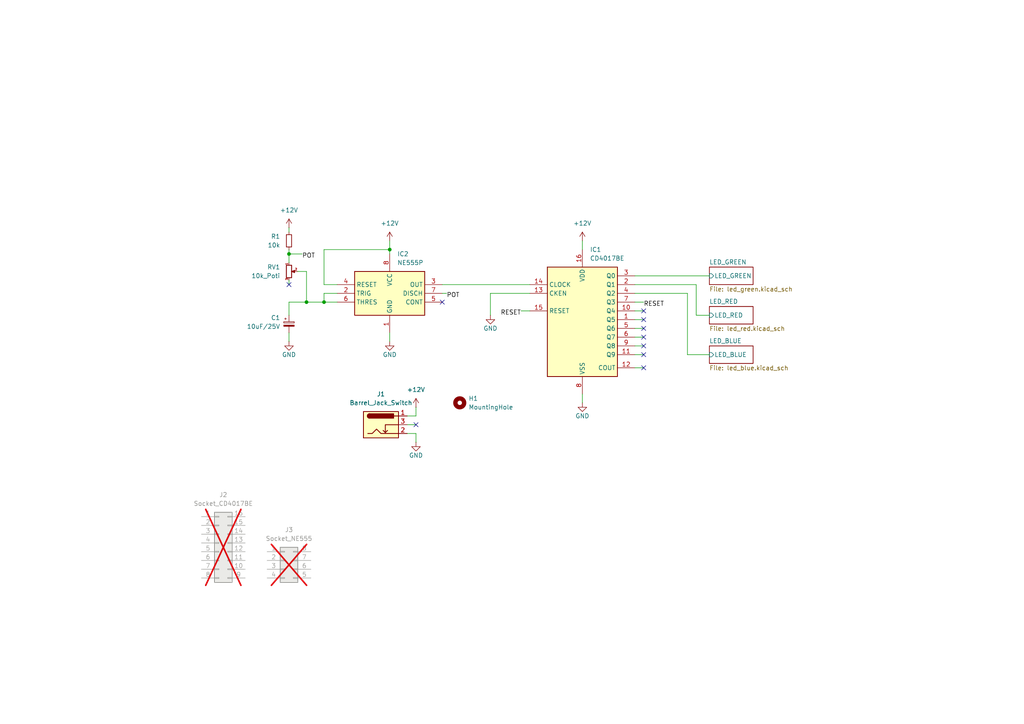
<source format=kicad_sch>
(kicad_sch (version 20231120) (generator "eeschema") (generator_version "8.0")
  (paper "A4")
  (lib_symbols
    (symbol "Connector:Barrel_Jack_Switch" (pin_names hide)
      (property "Reference" "J" (at 0 5.334 0))
      (property "Value" "Barrel_Jack_Switch" (at 0 -5.08 0))
      (symbol "Barrel_Jack_Switch_0_1"
        (rectangle (start -5.08 3.81) (end 5.08 -3.81) (stroke (width 0.254)) (fill (type background)))
        (arc (start -3.302 3.175) (mid -3.9343 2.54) (end -3.302 1.905) (stroke (width 0.254)))
        (arc (start -3.302 3.175) (mid -3.9343 2.54) (end -3.302 1.905) (stroke (width 0.254)) (fill (type outline)))
        (polyline (pts (xy 1.27 -2.286) (xy 1.905 -1.651)) (stroke (width 0.254)))
        (polyline (pts (xy 5.08 2.54) (xy 3.81 2.54)) (stroke (width 0.254)))
        (polyline (pts (xy 5.08 0) (xy 1.27 0) (xy 1.27 -2.286) (xy 0.635 -1.651)) (stroke (width 0.254)))
        (polyline (pts (xy -3.81 -2.54) (xy -2.54 -2.54) (xy -1.27 -1.27) (xy 0 -2.54) (xy 2.54 -2.54) (xy 5.08 -2.54)) (stroke (width 0.254)))
        (rectangle (start 3.683 3.175) (end -3.302 1.905) (stroke (width 0.254)) (fill (type outline)))
      )
      (symbol "Barrel_Jack_Switch_1_1"
        (pin passive line (at 7.62 2.54 180) (length 2.54) (name "~") (number "1"))
        (pin passive line (at 7.62 -2.54 180) (length 2.54) (name "~") (number "2"))
        (pin passive line (at 7.62 0 180) (length 2.54) (name "~") (number "3"))
      )
    )
    (symbol "Connector_Generic:Conn_02x04_Counter_Clockwise" (pin_names (offset 1.016) hide)
      (property "Reference" "J" (at 1.27 5.08 0))
      (property "Value" "Conn_02x04_Counter_Clockwise" (at 1.27 -7.62 0))
      (symbol "Conn_02x04_Counter_Clockwise_1_1"
        (rectangle (start -1.27 -4.953) (end 0 -5.207) (stroke (width 0.1524)))
        (rectangle (start -1.27 -2.413) (end 0 -2.667) (stroke (width 0.1524)))
        (rectangle (start -1.27 0.127) (end 0 -0.127) (stroke (width 0.1524)))
        (rectangle (start -1.27 2.667) (end 0 2.413) (stroke (width 0.1524)))
        (rectangle (start -1.27 3.81) (end 3.81 -6.35) (stroke (width 0.254)) (fill (type background)))
        (rectangle (start 3.81 -4.953) (end 2.54 -5.207) (stroke (width 0.1524)))
        (rectangle (start 3.81 -2.413) (end 2.54 -2.667) (stroke (width 0.1524)))
        (rectangle (start 3.81 0.127) (end 2.54 -0.127) (stroke (width 0.1524)))
        (rectangle (start 3.81 2.667) (end 2.54 2.413) (stroke (width 0.1524)))
        (pin passive line (at -5.08 2.54 0) (length 3.81) (name "Pin_1") (number "1"))
        (pin passive line (at -5.08 0 0) (length 3.81) (name "Pin_2") (number "2"))
        (pin passive line (at -5.08 -2.54 0) (length 3.81) (name "Pin_3") (number "3"))
        (pin passive line (at -5.08 -5.08 0) (length 3.81) (name "Pin_4") (number "4"))
        (pin passive line (at 7.62 -5.08 180) (length 3.81) (name "Pin_5") (number "5"))
        (pin passive line (at 7.62 -2.54 180) (length 3.81) (name "Pin_6") (number "6"))
        (pin passive line (at 7.62 0 180) (length 3.81) (name "Pin_7") (number "7"))
        (pin passive line (at 7.62 2.54 180) (length 3.81) (name "Pin_8") (number "8"))
      )
    )
    (symbol "Connector_Generic:Conn_02x08_Counter_Clockwise" (pin_names (offset 1.016) hide)
      (property "Reference" "J" (at 1.27 10.16 0))
      (property "Value" "Conn_02x08_Counter_Clockwise" (at 1.27 -12.7 0))
      (symbol "Conn_02x08_Counter_Clockwise_1_1"
        (rectangle (start -1.27 -10.033) (end 0 -10.287) (stroke (width 0.1524)))
        (rectangle (start -1.27 -7.493) (end 0 -7.747) (stroke (width 0.1524)))
        (rectangle (start -1.27 -4.953) (end 0 -5.207) (stroke (width 0.1524)))
        (rectangle (start -1.27 -2.413) (end 0 -2.667) (stroke (width 0.1524)))
        (rectangle (start -1.27 0.127) (end 0 -0.127) (stroke (width 0.1524)))
        (rectangle (start -1.27 2.667) (end 0 2.413) (stroke (width 0.1524)))
        (rectangle (start -1.27 5.207) (end 0 4.953) (stroke (width 0.1524)))
        (rectangle (start -1.27 7.747) (end 0 7.493) (stroke (width 0.1524)))
        (rectangle (start -1.27 8.89) (end 3.81 -11.43) (stroke (width 0.254)) (fill (type background)))
        (rectangle (start 3.81 -10.033) (end 2.54 -10.287) (stroke (width 0.1524)))
        (rectangle (start 3.81 -7.493) (end 2.54 -7.747) (stroke (width 0.1524)))
        (rectangle (start 3.81 -4.953) (end 2.54 -5.207) (stroke (width 0.1524)))
        (rectangle (start 3.81 -2.413) (end 2.54 -2.667) (stroke (width 0.1524)))
        (rectangle (start 3.81 0.127) (end 2.54 -0.127) (stroke (width 0.1524)))
        (rectangle (start 3.81 2.667) (end 2.54 2.413) (stroke (width 0.1524)))
        (rectangle (start 3.81 5.207) (end 2.54 4.953) (stroke (width 0.1524)))
        (rectangle (start 3.81 7.747) (end 2.54 7.493) (stroke (width 0.1524)))
        (pin passive line (at -5.08 7.62 0) (length 3.81) (name "Pin_1") (number "1"))
        (pin passive line (at 7.62 -7.62 180) (length 3.81) (name "Pin_10") (number "10"))
        (pin passive line (at 7.62 -5.08 180) (length 3.81) (name "Pin_11") (number "11"))
        (pin passive line (at 7.62 -2.54 180) (length 3.81) (name "Pin_12") (number "12"))
        (pin passive line (at 7.62 0 180) (length 3.81) (name "Pin_13") (number "13"))
        (pin passive line (at 7.62 2.54 180) (length 3.81) (name "Pin_14") (number "14"))
        (pin passive line (at 7.62 5.08 180) (length 3.81) (name "Pin_15") (number "15"))
        (pin passive line (at 7.62 7.62 180) (length 3.81) (name "Pin_16") (number "16"))
        (pin passive line (at -5.08 5.08 0) (length 3.81) (name "Pin_2") (number "2"))
        (pin passive line (at -5.08 2.54 0) (length 3.81) (name "Pin_3") (number "3"))
        (pin passive line (at -5.08 0 0) (length 3.81) (name "Pin_4") (number "4"))
        (pin passive line (at -5.08 -2.54 0) (length 3.81) (name "Pin_5") (number "5"))
        (pin passive line (at -5.08 -5.08 0) (length 3.81) (name "Pin_6") (number "6"))
        (pin passive line (at -5.08 -7.62 0) (length 3.81) (name "Pin_7") (number "7"))
        (pin passive line (at -5.08 -10.16 0) (length 3.81) (name "Pin_8") (number "8"))
        (pin passive line (at 7.62 -10.16 180) (length 3.81) (name "Pin_9") (number "9"))
      )
    )
    (symbol "Device:C_Polarized_Small" (pin_numbers hide) (pin_names (offset 0.254) hide)
      (property "Reference" "C" (at 0.254 1.778 0))
      (property "Value" "C_Polarized_Small" (at 0.254 -2.032 0))
      (symbol "C_Polarized_Small_0_1"
        (rectangle (start -1.524 -0.3048) (end 1.524 -0.6858) (fill (type outline)))
        (rectangle (start -1.524 0.6858) (end 1.524 0.3048))
        (polyline (pts (xy -1.27 1.524) (xy -0.762 1.524)))
        (polyline (pts (xy -1.016 1.27) (xy -1.016 1.778)))
      )
      (symbol "C_Polarized_Small_1_1"
        (pin passive line (at 0 2.54 270) (length 1.8542) (name "~") (number "1"))
        (pin passive line (at 0 -2.54 90) (length 1.8542) (name "~") (number "2"))
      )
    )
    (symbol "Device:R_Potentiometer_Small" (pin_names (offset 1.016) hide)
      (property "Reference" "RV" (at -4.445 0 90))
      (property "Value" "R_Potentiometer_Small" (at -2.54 0 90))
      (symbol "R_Potentiometer_Small_0_1"
        (polyline (pts (xy 0.889 0) (xy 0.635 0) (xy 1.651 0.381) (xy 1.651 -0.381) (xy 0.635 0) (xy 0.889 0)) (fill (type outline)))
        (rectangle (start 0.762 1.8034) (end -0.762 -1.8034) (stroke (width 0.254)))
      )
      (symbol "R_Potentiometer_Small_1_1"
        (pin passive line (at 0 2.54 270) (length 0.635) (name "1") (number "1"))
        (pin passive line (at 2.54 0 180) (length 0.9906) (name "2") (number "2"))
        (pin passive line (at 0 -2.54 90) (length 0.635) (name "3") (number "3"))
      )
    )
    (symbol "Device:R_Small" (pin_numbers hide) (pin_names (offset 0.254) hide)
      (property "Reference" "R" (at 0.762 0.508 0))
      (property "Value" "R_Small" (at 0.762 -1.016 0))
      (symbol "R_Small_0_1"
        (rectangle (start -0.762 1.778) (end 0.762 -1.778) (stroke (width 0.2032)))
      )
      (symbol "R_Small_1_1"
        (pin passive line (at 0 2.54 270) (length 0.762) (name "~") (number "1"))
        (pin passive line (at 0 -2.54 90) (length 0.762) (name "~") (number "2"))
      )
    )
    (symbol "Mechanical:MountingHole" (pin_names (offset 1.016)) (exclude_from_sim yes) (in_bom no)
      (property "Reference" "H" (at 0 5.08 0))
      (property "Value" "MountingHole" (at 0 3.175 0))
      (symbol "MountingHole_0_1"
        (circle (center 0 0) (radius 1.27) (stroke (width 1.27)))
      )
    )
    (symbol "ProjectSymbols:CD4017BE"
      (property "Reference" "IC" (at 34.29 7.62 0))
      (property "Value" "CD4017BE" (at 34.29 5.08 0))
      (symbol "CD4017BE_1_1"
        (rectangle (start 15.24 2.54) (end 35.56 -29.21) (stroke (width 0.254)) (fill (type background)))
        (pin passive line (at 40.64 -12.7 180) (length 5.08) (name "Q5") (number "1"))
        (pin passive line (at 40.64 -10.16 180) (length 5.08) (name "Q4") (number "10"))
        (pin passive line (at 40.64 -22.86 180) (length 5.08) (name "Q9") (number "11"))
        (pin passive line (at 40.64 -26.67 180) (length 5.08) (name "COUT") (number "12"))
        (pin passive line (at 10.16 -5.08 0) (length 5.08) (name "CKEN") (number "13"))
        (pin passive line (at 10.16 -2.54 0) (length 5.08) (name "CLOCK") (number "14"))
        (pin passive line (at 10.16 -10.16 0) (length 5.08) (name "RESET") (number "15"))
        (pin passive line (at 25.4 7.62 270) (length 5.08) (name "VDD") (number "16"))
        (pin passive line (at 40.64 -2.54 180) (length 5.08) (name "Q1") (number "2"))
        (pin passive line (at 40.64 0 180) (length 5.08) (name "Q0") (number "3"))
        (pin passive line (at 40.64 -5.08 180) (length 5.08) (name "Q2") (number "4"))
        (pin passive line (at 40.64 -15.24 180) (length 5.08) (name "Q6") (number "5"))
        (pin passive line (at 40.64 -17.78 180) (length 5.08) (name "Q7") (number "6"))
        (pin passive line (at 40.64 -7.62 180) (length 5.08) (name "Q3") (number "7"))
        (pin passive line (at 25.4 -34.29 90) (length 5.08) (name "VSS") (number "8"))
        (pin passive line (at 40.64 -20.32 180) (length 5.08) (name "Q8") (number "9"))
      )
    )
    (symbol "ProjectSymbols:NE555P"
      (property "Reference" "IC2" (at 2.1941 11.43 0))
      (property "Value" "NE555P" (at 2.1941 8.89 0))
      (symbol "NE555P_1_1"
        (rectangle (start -10.16 6.35) (end 10.16 -6.35) (stroke (width 0.254)) (fill (type background)))
        (pin passive line (at 0 -11.43 90) (length 5.08) (name "GND") (number "1"))
        (pin passive line (at -15.24 0 0) (length 5.08) (name "TRIG") (number "2"))
        (pin passive line (at 15.24 2.54 180) (length 5.08) (name "OUT") (number "3"))
        (pin passive line (at -15.24 2.54 0) (length 5.08) (name "RESET") (number "4"))
        (pin passive line (at 15.24 -2.54 180) (length 5.08) (name "CONT") (number "5"))
        (pin passive line (at -15.24 -2.54 0) (length 5.08) (name "THRES") (number "6"))
        (pin passive line (at 15.24 0 180) (length 5.08) (name "DISCH") (number "7"))
        (pin passive line (at 0 11.43 270) (length 5.08) (name "VCC") (number "8"))
      )
    )
    (symbol "power:+12V" (power) (pin_numbers hide) (pin_names (offset 0) hide)
      (property "Value" "+12V" (at 0 3.556 0))
      (symbol "+12V_0_1"
        (polyline (pts (xy -0.762 1.27) (xy 0 2.54)))
        (polyline (pts (xy 0 0) (xy 0 2.54)))
        (polyline (pts (xy 0 2.54) (xy 0.762 1.27)))
      )
      (symbol "+12V_1_1"
        (pin power_in line (at 0 0 90) (length 0) (name "~") (number "1"))
      )
    )
    (symbol "power:GND" (power) (pin_numbers hide) (pin_names (offset 0) hide)
      (property "Value" "GND" (at 0 -3.81 0))
      (symbol "GND_0_1"
        (polyline (pts (xy 0 0) (xy 0 -1.27) (xy 1.27 -1.27) (xy 0 -2.54) (xy -1.27 -1.27) (xy 0 -1.27)))
      )
      (symbol "GND_1_1"
        (pin power_in line (at 0 0 270) (length 0) (name "~") (number "1"))
      )
    )
  )
  (junction (at 88.9 87.63))
  (junction (at 113.03 72.39))
  (junction (at 83.82 73.66))
  (junction (at 93.98 87.63))
  (no_connect (at 186.69 90.17))
  (no_connect (at 186.69 102.87))
  (no_connect (at 83.82 82.55))
  (no_connect (at 186.69 97.79))
  (no_connect (at 120.65 123.19))
  (no_connect (at 186.69 95.25))
  (no_connect (at 186.69 100.33))
  (no_connect (at 186.69 106.68))
  (no_connect (at 186.69 92.71))
  (no_connect (at 128.27 87.63))
  (wire (pts (xy 184.15 100.33) (xy 186.69 100.33)))
  (wire (pts (xy 120.65 118.11) (xy 120.65 120.65)))
  (wire (pts (xy 184.15 90.17) (xy 186.69 90.17)))
  (wire (pts (xy 129.54 85.09) (xy 128.27 85.09)))
  (wire (pts (xy 168.91 69.85) (xy 168.91 72.39)))
  (wire (pts (xy 93.98 82.55) (xy 97.79 82.55)))
  (wire (pts (xy 88.9 78.74) (xy 86.36 78.74)))
  (wire (pts (xy 113.03 69.85) (xy 113.03 72.39)))
  (wire (pts (xy 113.03 72.39) (xy 113.03 73.66)))
  (wire (pts (xy 113.03 99.06) (xy 113.03 96.52)))
  (wire (pts (xy 93.98 72.39) (xy 113.03 72.39)))
  (wire (pts (xy 88.9 87.63) (xy 88.9 78.74)))
  (wire (pts (xy 199.39 85.09) (xy 199.39 102.87)))
  (wire (pts (xy 83.82 73.66) (xy 87.63 73.66)))
  (wire (pts (xy 118.11 123.19) (xy 120.65 123.19)))
  (wire (pts (xy 83.82 96.52) (xy 83.82 99.06)))
  (wire (pts (xy 184.15 80.01) (xy 205.74 80.01)))
  (wire (pts (xy 93.98 85.09) (xy 93.98 87.63)))
  (wire (pts (xy 184.15 92.71) (xy 186.69 92.71)))
  (wire (pts (xy 186.69 87.63) (xy 184.15 87.63)))
  (wire (pts (xy 151.13 90.17) (xy 153.67 90.17)))
  (wire (pts (xy 83.82 72.39) (xy 83.82 73.66)))
  (wire (pts (xy 97.79 87.63) (xy 93.98 87.63)))
  (wire (pts (xy 93.98 82.55) (xy 93.98 72.39)))
  (wire (pts (xy 88.9 87.63) (xy 93.98 87.63)))
  (wire (pts (xy 83.82 73.66) (xy 83.82 76.2)))
  (wire (pts (xy 184.15 97.79) (xy 186.69 97.79)))
  (wire (pts (xy 83.82 66.04) (xy 83.82 67.31)))
  (wire (pts (xy 142.24 91.44) (xy 142.24 85.09)))
  (wire (pts (xy 201.93 91.44) (xy 205.74 91.44)))
  (wire (pts (xy 88.9 87.63) (xy 83.82 87.63)))
  (wire (pts (xy 118.11 120.65) (xy 120.65 120.65)))
  (wire (pts (xy 201.93 82.55) (xy 201.93 91.44)))
  (wire (pts (xy 168.91 116.84) (xy 168.91 114.3)))
  (wire (pts (xy 199.39 102.87) (xy 205.74 102.87)))
  (wire (pts (xy 142.24 85.09) (xy 153.67 85.09)))
  (wire (pts (xy 128.27 82.55) (xy 153.67 82.55)))
  (wire (pts (xy 184.15 82.55) (xy 201.93 82.55)))
  (wire (pts (xy 83.82 82.55) (xy 83.82 81.28)))
  (wire (pts (xy 184.15 106.68) (xy 186.69 106.68)))
  (wire (pts (xy 83.82 87.63) (xy 83.82 91.44)))
  (wire (pts (xy 118.11 125.73) (xy 120.65 125.73)))
  (wire (pts (xy 184.15 95.25) (xy 186.69 95.25)))
  (wire (pts (xy 184.15 85.09) (xy 199.39 85.09)))
  (wire (pts (xy 97.79 85.09) (xy 93.98 85.09)))
  (wire (pts (xy 120.65 125.73) (xy 120.65 128.27)))
  (wire (pts (xy 184.15 102.87) (xy 186.69 102.87)))
  (label "RESET" (at 186.69 87.63 0))
  (label "RESET" (at 151.13 90.17 180))
  (label "POT" (at 129.54 85.09 0))
  (label "POT" (at 87.63 73.66 0))
  (symbol (lib_id "Device:R_Small") (at 83.82 69.85 0) (unit 1)
    (property "Reference" "R1" (at 81.28 68.5799 0) (effects (justify right)))
    (property "Value" "10k" (at 81.28 71.1199 0) (effects (justify right)))
    (property "Footprint" "Resistor_THT:R_Axial_DIN0204_L3.6mm_D1.6mm_P7.62mm_Horizontal" (effects (hide yes)))
    (property "Datasheet" "https://eu.mouser.com/datasheet/3/508/1/YAGEO%20CFR_datasheet_2023v2.pdf" (effects (hide yes)))
    (property "Description" "Resistor, small symbol" (effects (hide yes)))
    (property "MNR" "603-CFR100JR-52-10K" (effects (hide yes)))
    (property "LCSC" "C2903232" (effects (hide yes)))
  )
  (symbol (lib_id "power:GND") (at 142.24 91.44 0) (unit 1)
    (property "Reference" "#PWR4" (effects (hide yes)))
    (property "Value" "GND" (at 142.24 95.25 0))
    (property "Description" "Power symbol creates a global label with name \"GND\" , ground" (effects (hide yes)))
  )
  (symbol (lib_id "ProjectSymbols:CD4017BE") (at 143.51 80.01 0) (unit 1)
    (property "Reference" "IC1" (at 171.1041 72.39 0) (effects (justify left)))
    (property "Value" "CD4017BE" (at 171.1041 74.93 0) (effects (justify left)))
    (property "Footprint" "ProjectFootprints:CD4017BE" (effects (hide yes)))
    (property "Datasheet" "http://www.ti.com/lit/gpn/cd4017b" (effects (hide yes)))
    (property "Description" "CMOS Decade Counter with 10 Decoded Outputs" (effects (hide yes)))
    (property "MNR" "595-CD4017BE " (effects (hide yes)))
    (property "LCSC" "C51898328" (effects (hide yes)))
  )
  (symbol (lib_id "ProjectSymbols:NE555P") (at 113.03 85.09 0) (unit 1)
    (property "Reference" "IC2" (at 115.2241 73.66 0) (effects (justify left)))
    (property "Value" "NE555P" (at 115.2241 76.2 0) (effects (justify left)))
    (property "Footprint" "ProjectFootprints:NE555P" (effects (hide yes)))
    (property "Datasheet" "https://www.ti.com/lit/gpn/ne555" (effects (hide yes)))
    (property "Description" "Precision timer,NE555P 0.5MHz DIL8 Texas Instruments NE555P, Precision Timer, 4.5  16 V, 8-Pin PDIP" (effects (hide yes)))
    (property "MNR" "595-NE555P" (effects (hide yes)))
    (property "LCSC" "C51927330" (effects (hide yes)))
  )
  (symbol (lib_id "Connector_Generic:Conn_02x04_Counter_Clockwise") (at 82.55 162.56 0) (unit 1) (exclude_from_sim yes) (on_board no) (dnp yes)
    (property "Reference" "J3" (at 83.82 153.67 0))
    (property "Value" "Socket_NE555" (at 83.82 156.21 0))
    (property "MNR" "571-1-2199298-2 " (effects (hide yes)))
    (property "LCSC" "C72124" (effects (hide yes)))
  )
  (symbol (lib_id "power:+12V") (at 168.91 69.85 0) (unit 1)
    (property "Reference" "#PWR3" (effects (hide yes)))
    (property "Value" "+12V" (at 168.91 64.77 0))
    (property "Description" "Power symbol creates a global label with name \"+12V\"" (effects (hide yes)))
  )
  (symbol (lib_id "power:+12V") (at 120.65 118.11 0) (unit 1)
    (property "Reference" "#PWR11" (effects (hide yes)))
    (property "Value" "+12V" (at 120.65 113.03 0))
    (property "Description" "Power symbol creates a global label with name \"+12V\"" (effects (hide yes)))
  )
  (symbol (lib_id "Connector:Barrel_Jack_Switch") (at 110.49 123.19 0) (unit 1)
    (property "Reference" "J1" (at 110.49 114.3 0))
    (property "Value" "Barrel_Jack_Switch" (at 110.49 116.84 0))
    (property "Footprint" "Connector_BarrelJack:BarrelJack_Horizontal" (effects (hide yes)))
    (property "Datasheet" "https://www.we-online.com/components/products/datasheet/694106301002.pdf" (effects (hide yes)))
    (property "Description" "DC Barrel Jack with an internal switch" (effects (hide yes)))
    (property "MNR" "710-694106301002 " (effects (hide yes)))
    (property "LCSC" "C3096082" (effects (hide yes)))
  )
  (symbol (lib_id "Device:C_Polarized_Small") (at 83.82 93.98 0) (unit 1)
    (property "Reference" "C1" (at 81.28 92.1638 0) (effects (justify right)))
    (property "Value" "10uF/25V" (at 81.28 94.7038 0) (effects (justify right)))
    (property "Footprint" "Capacitor_THT:CP_Radial_D4.0mm_P2.00mm" (effects (hide yes)))
    (property "Datasheet" "https://www.we-online.com/components/products/datasheet/860010472002.pdf" (effects (hide yes)))
    (property "Description" "Polarized capacitor, small symbol" (effects (hide yes)))
    (property "MNR" "710-860010472002" (effects (hide yes)))
    (property "LCSC" "C43347" (effects (hide yes)))
  )
  (symbol (lib_id "power:GND") (at 120.65 128.27 0) (unit 1)
    (property "Reference" "#PWR12" (effects (hide yes)))
    (property "Value" "GND" (at 120.65 132.08 0))
    (property "Description" "Power symbol creates a global label with name \"GND\" , ground" (effects (hide yes)))
  )
  (symbol (lib_id "Device:R_Potentiometer_Small") (at 83.82 78.74 0) (unit 1)
    (property "Reference" "RV1" (at 81.28 77.4699 0) (effects (justify right)))
    (property "Value" "10k_Poti" (at 81.28 80.0099 0) (effects (justify right)))
    (property "Footprint" "Potentiometer_THT:Potentiometer_Runtron_RM-065_Vertical" (effects (hide yes)))
    (property "Datasheet" "https://eu.mouser.com/datasheet/3/6118/1/ptn06.pdf" (effects (hide yes)))
    (property "Description" "Potentiometer" (effects (hide yes)))
    (property "MNR" "179-PTN06-B10CB20-H " (effects (hide yes)))
    (property "LCSC" "C5205021" (effects (hide yes)))
  )
  (symbol (lib_id "power:+12V") (at 113.03 69.85 0) (unit 1)
    (property "Reference" "#PWR2" (effects (hide yes)))
    (property "Value" "+12V" (at 113.03 64.77 0))
    (property "Description" "Power symbol creates a global label with name \"+12V\"" (effects (hide yes)))
  )
  (symbol (lib_id "power:GND") (at 168.91 116.84 0) (unit 1)
    (property "Reference" "#PWR7" (effects (hide yes)))
    (property "Value" "GND" (at 168.91 120.65 0))
    (property "Description" "Power symbol creates a global label with name \"GND\" , ground" (effects (hide yes)))
  )
  (symbol (lib_id "Mechanical:MountingHole") (at 133.35 116.84 0) (unit 1) (exclude_from_sim yes) (in_bom no)
    (property "Reference" "H1" (at 135.89 115.5699 0) (effects (justify left)))
    (property "Value" "MountingHole" (at 135.89 118.1099 0) (effects (justify left)))
    (property "Footprint" "MountingHole:MountingHole_3.2mm_M3" (effects (hide yes)))
    (property "Description" "Mounting Hole without connection" (effects (hide yes)))
  )
  (symbol (lib_id "power:GND") (at 113.03 99.06 0) (unit 1)
    (property "Reference" "#PWR6" (effects (hide yes)))
    (property "Value" "GND" (at 113.03 102.87 0))
    (property "Description" "Power symbol creates a global label with name \"GND\" , ground" (effects (hide yes)))
  )
  (symbol (lib_id "Connector_Generic:Conn_02x08_Counter_Clockwise") (at 63.5 157.48 0) (unit 1) (exclude_from_sim yes) (on_board no) (dnp yes)
    (property "Reference" "J2" (at 64.77 143.51 0))
    (property "Value" "Socket_CD4017BE" (at 64.77 146.05 0))
    (property "MNR" "571-1-2199298-4 " (effects (hide yes)))
    (property "LCSC" "C2326" (effects (hide yes)))
  )
  (symbol (lib_id "power:GND") (at 83.82 99.06 0) (unit 1)
    (property "Reference" "#PWR5" (effects (hide yes)))
    (property "Value" "GND" (at 83.82 102.87 0))
    (property "Description" "Power symbol creates a global label with name \"GND\" , ground" (effects (hide yes)))
  )
  (symbol (lib_id "power:+12V") (at 83.82 66.04 0) (unit 1)
    (property "Reference" "#PWR1" (effects (hide yes)))
    (property "Value" "+12V" (at 83.82 60.96 0))
    (property "Description" "Power symbol creates a global label with name \"+12V\"" (effects (hide yes)))
  )
  (sheet (at 205.74 88.9) (size 12.7 5.08) (stroke (width 0.1524))
    (property "Sheetname" "LED_RED" (at 205.74 88.1884 0) (effects (justify left bottom)))
    (property "Sheetfile" "led_red.kicad_sch" (at 205.74 94.5646 0) (effects (justify left top)))
    (pin "LED_RED" input (at 205.74 91.44 180))
  )
  (sheet (at 205.74 100.33) (size 12.7 5.08) (stroke (width 0.1524))
    (property "Sheetname" "LED_BLUE" (at 205.74 99.6184 0) (effects (justify left bottom)))
    (property "Sheetfile" "led_blue.kicad_sch" (at 205.74 105.9946 0) (effects (justify left top)))
    (pin "LED_BLUE" input (at 205.74 102.87 180))
  )
  (sheet (at 205.74 77.47) (size 12.7 5.08) (stroke (width 0.1524))
    (property "Sheetname" "LED_GREEN" (at 205.74 76.7584 0) (effects (justify left bottom)))
    (property "Sheetfile" "led_green.kicad_sch" (at 205.74 83.1346 0) (effects (justify left top)))
    (pin "LED_GREEN" input (at 205.74 80.01 180))
  )
)
</source>
